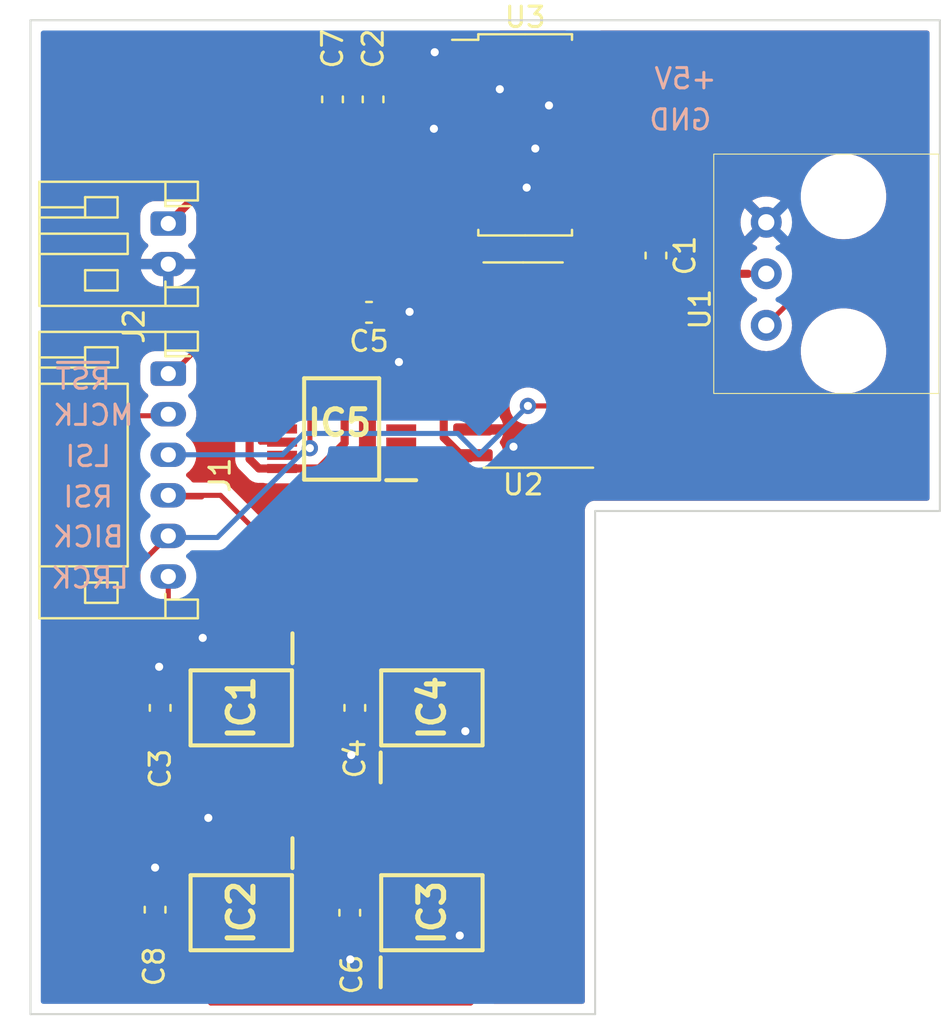
<source format=kicad_pcb>
(kicad_pcb (version 20211014) (generator pcbnew)
  (layers (0 "F.Cu" signal) (31 "B.Cu" signal) (34 "B.Paste" user) (35 "F.Paste" user) (36 "B.SilkS" user "B.Silkscreen") (37 "F.SilkS" user "F.Silkscreen") (38 "B.Mask" user) (39 "F.Mask" user) (44 "Edge.Cuts" user))
  (net 0 "")
  (net 1 "GND")
  (net 2 "+5V")
  (net 3 "/LRCK")
  (net 4 "/SDAT")
  (net 5 "/RESET")
  (net 6 "/MCLK")
  (net 7 "/TXP")
  (net 13 "/BICK")
  (net 14 "/RSI")
  (net 23 "Net-(IC1-Pad13)")
  (net 32 "Net-(IC2-Pad13)")
  (net 56 "/SHIFT_RSI")
  (net 57 "/LSI")
  (net 58 "/SHIFT_LRCK")
  (net 64 "Net-(IC3-Pad13)")
  (footprint "Package_SO:SOIC-16_3.9x9.9mm_P1.27mm" (layer "F.Cu") (at 123.8021 95.5771 180)
    (fp_text reference "U2" (at 0 -5.9) (layer "F.SilkS"))
    (fp_text value "74FST3257DTR2G")
    (fp_line (start 0 -5.06) (end 1.95 -5.06) (layer "F.SilkS") (width 0.12))
    (fp_line (start 0 -5.06) (end -3.45 -5.06) (layer "F.SilkS") (width 0.12))
    (fp_line (start 0 5.06) (end 1.95 5.06) (layer "F.SilkS") (width 0.12))
    (fp_line (start 0 5.06) (end -1.95 5.06) (layer "F.SilkS") (width 0.12))
    (pad "1" smd roundrect (at -2.475 -4.445 180) (size 1.95 0.6) (layers "F.Cu" "F.Paste" "F.Mask") (net 58 "/SHIFT_LRCK"))
    (pad "2" smd roundrect (at -2.475 -3.175 180) (size 1.95 0.6) (layers "F.Cu" "F.Paste" "F.Mask") (net 56 "/SHIFT_RSI"))
    (pad "3" smd roundrect (at -2.475 -1.905 180) (size 1.95 0.6) (layers "F.Cu" "F.Paste" "F.Mask") (net 57 "/LSI"))
    (pad "4" smd roundrect (at -2.475 -0.635 180) (size 1.95 0.6) (layers "F.Cu" "F.Paste" "F.Mask") (net 4 "/SDAT"))
    (pad "5" smd roundrect (at -2.475 0.635 180) (size 1.95 0.6) (layers "F.Cu" "F.Paste" "F.Mask"))
    (pad "6" smd roundrect (at -2.475 1.905 180) (size 1.95 0.6) (layers "F.Cu" "F.Paste" "F.Mask"))
    (pad "7" smd roundrect (at -2.475 3.175 180) (size 1.95 0.6) (layers "F.Cu" "F.Paste" "F.Mask"))
    (pad "8" smd roundrect (at -2.475 4.445 180) (size 1.95 0.6) (layers "F.Cu" "F.Paste" "F.Mask") (net 1 "GND"))
    (pad "9" smd roundrect (at 2.475 4.445 180) (size 1.95 0.6) (layers "F.Cu" "F.Paste" "F.Mask"))
    (pad "10" smd roundrect (at 2.475 3.175 180) (size 1.95 0.6) (layers "F.Cu" "F.Paste" "F.Mask"))
    (pad "11" smd roundrect (at 2.475 1.905 180) (size 1.95 0.6) (layers "F.Cu" "F.Paste" "F.Mask"))
    (pad "12" smd roundrect (at 2.475 0.635 180) (size 1.95 0.6) (layers "F.Cu" "F.Paste" "F.Mask"))
    (pad "13" smd roundrect (at 2.475 -0.635 180) (size 1.95 0.6) (layers "F.Cu" "F.Paste" "F.Mask"))
    (pad "14" smd roundrect (at 2.475 -1.905 180) (size 1.95 0.6) (layers "F.Cu" "F.Paste" "F.Mask"))
    (pad "15" smd roundrect (at 2.475 -3.175 180) (size 1.95 0.6) (layers "F.Cu" "F.Paste" "F.Mask") (net 1 "GND"))
    (pad "16" smd roundrect (at 2.475 -4.445 180) (size 1.95 0.6) (layers "F.Cu" "F.Paste" "F.Mask") (net 2 "+5V"))
  )
  (footprint "74AHC164PW:SOP65P640X110-14N" (layer "F.Cu") (at 109.9021 112.4771 -90)
    (fp_text reference "IC1" (at 0 0 90) (layer "F.SilkS") (effects (font (size 1.27 1.27) (thickness 0.254))))
    (fp_text value "74AHC164PW,118" hide)
    (fp_line (start 1.85 2.5) (end -1.85 2.5) (layer "F.SilkS") (width 0.2))
    (fp_line (start 1.85 -2.5) (end 1.85 2.5) (layer "F.SilkS") (width 0.2))
    (fp_line (start -1.85 -2.5) (end 1.85 -2.5) (layer "F.SilkS") (width 0.2))
    (fp_line (start -1.85 2.5) (end -1.85 -2.5) (layer "F.SilkS") (width 0.2))
    (fp_line (start -3.675 -2.525) (end -2.2 -2.525) (layer "F.SilkS") (width 0.2))
    (pad "1" smd rect locked (at -2.938 -1.95) (size 0.45 1.475) (layers "F.Cu" "F.Paste" "F.Mask") (net 14 "/RSI"))
    (pad "2" smd rect locked (at -2.938 -1.3) (size 0.45 1.475) (layers "F.Cu" "F.Paste" "F.Mask") (net 14 "/RSI"))
    (pad "3" smd rect locked (at -2.938 -0.65) (size 0.45 1.475) (layers "F.Cu" "F.Paste" "F.Mask"))
    (pad "4" smd rect locked (at -2.938 0) (size 0.45 1.475) (layers "F.Cu" "F.Paste" "F.Mask"))
    (pad "5" smd rect locked (at -2.938 0.65) (size 0.45 1.475) (layers "F.Cu" "F.Paste" "F.Mask"))
    (pad "6" smd rect locked (at -2.938 1.3) (size 0.45 1.475) (layers "F.Cu" "F.Paste" "F.Mask"))
    (pad "7" smd rect locked (at -2.938 1.95) (size 0.45 1.475) (layers "F.Cu" "F.Paste" "F.Mask") (net 1 "GND"))
    (pad "8" smd rect locked (at 2.938 1.95) (size 0.45 1.475) (layers "F.Cu" "F.Paste" "F.Mask") (net 13 "/BICK"))
    (pad "9" smd rect locked (at 2.938 1.3) (size 0.45 1.475) (layers "F.Cu" "F.Paste" "F.Mask"))
    (pad "10" smd rect locked (at 2.938 0.65) (size 0.45 1.475) (layers "F.Cu" "F.Paste" "F.Mask"))
    (pad "11" smd rect locked (at 2.938 0) (size 0.45 1.475) (layers "F.Cu" "F.Paste" "F.Mask"))
    (pad "12" smd rect locked (at 2.938 -0.65) (size 0.45 1.475) (layers "F.Cu" "F.Paste" "F.Mask"))
    (pad "13" smd rect locked (at 2.938 -1.3) (size 0.45 1.475) (layers "F.Cu" "F.Paste" "F.Mask") (net 23 "Net-(IC1-Pad13)"))
    (pad "14" smd rect locked (at 2.938 -1.95) (size 0.45 1.475) (layers "F.Cu" "F.Paste" "F.Mask") (net 2 "+5V"))
  )
  (footprint "74AHC164PW:SOP65P640X110-14N" (layer "F.Cu") (at 114.8521 98.7271 180)
    (fp_text reference "IC5" (at 0.1 0.3) (layer "F.SilkS") (effects (font (size 1.27 1.27) (thickness 0.254))))
    (fp_text value "74AHC164PW,118" hide)
    (fp_line (start -1.85 2.5) (end -1.85 -2.5) (layer "F.SilkS") (width 0.2))
    (fp_line (start -3.675 -2.525) (end -2.2 -2.525) (layer "F.SilkS") (width 0.2))
    (fp_line (start 1.85 -2.5) (end 1.85 2.5) (layer "F.SilkS") (width 0.2))
    (fp_line (start -1.85 -2.5) (end 1.85 -2.5) (layer "F.SilkS") (width 0.2))
    (fp_line (start 1.85 2.5) (end -1.85 2.5) (layer "F.SilkS") (width 0.2))
    (pad "1" smd rect locked (at -2.938 -1.95 270) (size 0.45 1.475) (layers "F.Cu" "F.Paste" "F.Mask") (net 3 "/LRCK"))
    (pad "2" smd rect locked (at -2.938 -1.3 270) (size 0.45 1.475) (layers "F.Cu" "F.Paste" "F.Mask") (net 3 "/LRCK"))
    (pad "3" smd rect locked (at -2.938 -0.65 270) (size 0.45 1.475) (layers "F.Cu" "F.Paste" "F.Mask"))
    (pad "4" smd rect locked (at -2.938 0 270) (size 0.45 1.475) (layers "F.Cu" "F.Paste" "F.Mask"))
    (pad "5" smd rect locked (at -2.938 0.65 270) (size 0.45 1.475) (layers "F.Cu" "F.Paste" "F.Mask"))
    (pad "6" smd rect locked (at -2.938 1.3 270) (size 0.45 1.475) (layers "F.Cu" "F.Paste" "F.Mask"))
    (pad "7" smd rect locked (at -2.938 1.95 270) (size 0.45 1.475) (layers "F.Cu" "F.Paste" "F.Mask") (net 1 "GND"))
    (pad "8" smd rect locked (at 2.938 1.95 270) (size 0.45 1.475) (layers "F.Cu" "F.Paste" "F.Mask") (net 13 "/BICK"))
    (pad "9" smd rect locked (at 2.938 1.3 270) (size 0.45 1.475) (layers "F.Cu" "F.Paste" "F.Mask"))
    (pad "10" smd rect locked (at 2.938 0.65 270) (size 0.45 1.475) (layers "F.Cu" "F.Paste" "F.Mask"))
    (pad "11" smd rect locked (at 2.938 0 270) (size 0.45 1.475) (layers "F.Cu" "F.Paste" "F.Mask"))
    (pad "12" smd rect locked (at 2.938 -0.65 270) (size 0.45 1.475) (layers "F.Cu" "F.Paste" "F.Mask") (net 58 "/SHIFT_LRCK"))
    (pad "13" smd rect locked (at 2.938 -1.3 270) (size 0.45 1.475) (layers "F.Cu" "F.Paste" "F.Mask"))
    (pad "14" smd rect locked (at 2.938 -1.95 270) (size 0.45 1.475) (layers "F.Cu" "F.Paste" "F.Mask") (net 2 "+5V"))
  )
  (footprint "74AHC164PW:SOP65P640X110-14N" (layer "F.Cu") (at 119.3021 122.5771 90)
    (fp_text reference "IC3" (at 0 0 90) (layer "F.SilkS") (effects (font (size 1.27 1.27) (thickness 0.254))))
    (fp_text value "74AHC164PW,118" hide)
    (fp_line (start -1.85 -2.5) (end 1.85 -2.5) (layer "F.SilkS") (width 0.2))
    (fp_line (start 1.85 2.5) (end -1.85 2.5) (layer "F.SilkS") (width 0.2))
    (fp_line (start 1.85 -2.5) (end 1.85 2.5) (layer "F.SilkS") (width 0.2))
    (fp_line (start -1.85 2.5) (end -1.85 -2.5) (layer "F.SilkS") (width 0.2))
    (fp_line (start -3.675 -2.525) (end -2.2 -2.525) (layer "F.SilkS") (width 0.2))
    (pad "1" smd rect locked (at -2.938 -1.95 180) (size 0.45 1.475) (layers "F.Cu" "F.Paste" "F.Mask") (net 32 "Net-(IC2-Pad13)"))
    (pad "2" smd rect locked (at -2.938 -1.3 180) (size 0.45 1.475) (layers "F.Cu" "F.Paste" "F.Mask") (net 32 "Net-(IC2-Pad13)"))
    (pad "3" smd rect locked (at -2.938 -0.65 180) (size 0.45 1.475) (layers "F.Cu" "F.Paste" "F.Mask"))
    (pad "4" smd rect locked (at -2.938 0 180) (size 0.45 1.475) (layers "F.Cu" "F.Paste" "F.Mask"))
    (pad "5" smd rect locked (at -2.938 0.65 180) (size 0.45 1.475) (layers "F.Cu" "F.Paste" "F.Mask"))
    (pad "6" smd rect locked (at -2.938 1.3 180) (size 0.45 1.475) (layers "F.Cu" "F.Paste" "F.Mask"))
    (pad "7" smd rect locked (at -2.938 1.95 180) (size 0.45 1.475) (layers "F.Cu" "F.Paste" "F.Mask") (net 1 "GND"))
    (pad "8" smd rect locked (at 2.938 1.95 180) (size 0.45 1.475) (layers "F.Cu" "F.Paste" "F.Mask") (net 13 "/BICK"))
    (pad "9" smd rect locked (at 2.938 1.3 180) (size 0.45 1.475) (layers "F.Cu" "F.Paste" "F.Mask"))
    (pad "10" smd rect locked (at 2.938 0.65 180) (size 0.45 1.475) (layers "F.Cu" "F.Paste" "F.Mask"))
    (pad "11" smd rect locked (at 2.938 0 180) (size 0.45 1.475) (layers "F.Cu" "F.Paste" "F.Mask"))
    (pad "12" smd rect locked (at 2.938 -0.65 180) (size 0.45 1.475) (layers "F.Cu" "F.Paste" "F.Mask"))
    (pad "13" smd rect locked (at 2.938 -1.3 180) (size 0.45 1.475) (layers "F.Cu" "F.Paste" "F.Mask") (net 64 "Net-(IC3-Pad13)"))
    (pad "14" smd rect locked (at 2.938 -1.95 180) (size 0.45 1.475) (layers "F.Cu" "F.Paste" "F.Mask") (net 2 "+5V"))
  )
  (footprint "Package_SO:TSSOP-28_4.4x9.7mm_P0.65mm" (layer "F.Cu") (at 123.9021 84.2271)
    (fp_text reference "U3" (at 0 -5.8) (layer "F.SilkS"))
    (fp_text value "CS8406")
    (fp_line (start -2.31 4.96) (end -2.31 4.685) (layer "F.SilkS") (width 0.12))
    (fp_line (start 0 4.96) (end 2.31 4.96) (layer "F.SilkS") (width 0.12))
    (fp_line (start 2.31 4.96) (end 2.31 4.685) (layer "F.SilkS") (width 0.12))
    (fp_line (start 2.31 -4.96) (end 2.31 -4.685) (layer "F.SilkS") (width 0.12))
    (fp_line (start -2.31 -4.96) (end -2.31 -4.685) (layer "F.SilkS") (width 0.12))
    (fp_line (start 0 -4.96) (end 2.31 -4.96) (layer "F.SilkS") (width 0.12))
    (fp_line (start 0 -4.96) (end -2.31 -4.96) (layer "F.SilkS") (width 0.12))
    (fp_line (start 0 4.96) (end -2.31 4.96) (layer "F.SilkS") (width 0.12))
    (fp_line (start -2.31 -4.685) (end -3.6 -4.685) (layer "F.SilkS") (width 0.12))
    (pad "1" smd roundrect (at -2.8625 -4.225) (size 1.475 0.4) (layers "F.Cu" "F.Paste" "F.Mask") (net 1 "GND"))
    (pad "2" smd roundrect (at -2.8625 -3.575) (size 1.475 0.4) (layers "F.Cu" "F.Paste" "F.Mask") (net 1 "GND"))
    (pad "3" smd roundrect (at -2.8625 -2.925) (size 1.475 0.4) (layers "F.Cu" "F.Paste" "F.Mask") (net 2 "+5V"))
    (pad "4" smd roundrect (at -2.8625 -2.275) (size 1.475 0.4) (layers "F.Cu" "F.Paste" "F.Mask") (net 1 "GND"))
    (pad "5" smd roundrect (at -2.8625 -1.625) (size 1.475 0.4) (layers "F.Cu" "F.Paste" "F.Mask") (net 2 "+5V"))
    (pad "6" smd roundrect (at -2.8625 -0.975) (size 1.475 0.4) (layers "F.Cu" "F.Paste" "F.Mask") (net 2 "+5V"))
    (pad "7" smd roundrect (at -2.8625 -0.325) (size 1.475 0.4) (layers "F.Cu" "F.Paste" "F.Mask") (net 1 "GND"))
    (pad "8" smd roundrect (at -2.8625 0.325) (size 1.475 0.4) (layers "F.Cu" "F.Paste" "F.Mask") (net 1 "GND"))
    (pad "9" smd roundrect (at -2.8625 0.975) (size 1.475 0.4) (layers "F.Cu" "F.Paste" "F.Mask") (net 5 "/RESET"))
    (pad "10" smd roundrect (at -2.8625 1.625) (size 1.475 0.4) (layers "F.Cu" "F.Paste" "F.Mask") (net 2 "+5V"))
    (pad "11" smd roundrect (at -2.8625 2.275) (size 1.475 0.4) (layers "F.Cu" "F.Paste" "F.Mask") (net 1 "GND"))
    (pad "12" smd roundrect (at -2.8625 2.925) (size 1.475 0.4) (layers "F.Cu" "F.Paste" "F.Mask") (net 58 "/SHIFT_LRCK"))
    (pad "13" smd roundrect (at -2.8625 3.575) (size 1.475 0.4) (layers "F.Cu" "F.Paste" "F.Mask") (net 13 "/BICK"))
    (pad "14" smd roundrect (at -2.8625 4.225) (size 1.475 0.4) (layers "F.Cu" "F.Paste" "F.Mask") (net 4 "/SDAT"))
    (pad "15" smd roundrect (at 2.8625 4.225) (size 1.475 0.4) (layers "F.Cu" "F.Paste" "F.Mask") (net 1 "GND"))
    (pad "16" smd roundrect (at 2.8625 3.575) (size 1.475 0.4) (layers "F.Cu" "F.Paste" "F.Mask") (net 1 "GND"))
    (pad "17" smd roundrect (at 2.8625 2.925) (size 1.475 0.4) (layers "F.Cu" "F.Paste" "F.Mask") (net 1 "GND"))
    (pad "18" smd roundrect (at 2.8625 2.275) (size 1.475 0.4) (layers "F.Cu" "F.Paste" "F.Mask") (net 1 "GND"))
    (pad "19" smd roundrect (at 2.8625 1.625) (size 1.475 0.4) (layers "F.Cu" "F.Paste" "F.Mask") (net 2 "+5V"))
    (pad "20" smd roundrect (at 2.8625 0.975) (size 1.475 0.4) (layers "F.Cu" "F.Paste" "F.Mask") (net 1 "GND"))
    (pad "21" smd roundrect (at 2.8625 0.325) (size 1.475 0.4) (layers "F.Cu" "F.Paste" "F.Mask") (net 6 "/MCLK"))
    (pad "22" smd roundrect (at 2.8625 -0.325) (size 1.475 0.4) (layers "F.Cu" "F.Paste" "F.Mask") (net 1 "GND"))
    (pad "23" smd roundrect (at 2.8625 -0.975) (size 1.475 0.4) (layers "F.Cu" "F.Paste" "F.Mask") (net 2 "+5V"))
    (pad "24" smd roundrect (at 2.8625 -1.625) (size 1.475 0.4) (layers "F.Cu" "F.Paste" "F.Mask") (net 2 "+5V"))
    (pad "25" smd roundrect (at 2.8625 -2.275) (size 1.475 0.4) (layers "F.Cu" "F.Paste" "F.Mask"))
    (pad "26" smd roundrect (at 2.8625 -2.925) (size 1.475 0.4) (layers "F.Cu" "F.Paste" "F.Mask") (net 7 "/TXP"))
    (pad "27" smd roundrect (at 2.8625 -3.575) (size 1.475 0.4) (layers "F.Cu" "F.Paste" "F.Mask") (net 1 "GND"))
    (pad "28" smd roundrect (at 2.8625 -4.225) (size 1.475 0.4) (layers "F.Cu" "F.Paste" "F.Mask") (net 1 "GND"))
  )
  (footprint "74AHC164PW:SOP65P640X110-14N" (layer "F.Cu") (at 109.9021 122.5771 -90)
    (fp_text reference "IC2" (at 0 0 90) (layer "F.SilkS") (effects (font (size 1.27 1.27) (thickness 0.254))))
    (fp_text value "74AHC164PW,118" hide)
    (fp_line (start -1.85 -2.5) (end 1.85 -2.5) (layer "F.SilkS") (width 0.2))
    (fp_line (start -1.85 2.5) (end -1.85 -2.5) (layer "F.SilkS") (width 0.2))
    (fp_line (start 1.85 -2.5) (end 1.85 2.5) (layer "F.SilkS") (width 0.2))
    (fp_line (start -3.675 -2.525) (end -2.2 -2.525) (layer "F.SilkS") (width 0.2))
    (fp_line (start 1.85 2.5) (end -1.85 2.5) (layer "F.SilkS") (width 0.2))
    (pad "1" smd rect locked (at -2.938 -1.95) (size 0.45 1.475) (layers "F.Cu" "F.Paste" "F.Mask") (net 23 "Net-(IC1-Pad13)"))
    (pad "2" smd rect locked (at -2.938 -1.3) (size 0.45 1.475) (layers "F.Cu" "F.Paste" "F.Mask") (net 23 "Net-(IC1-Pad13)"))
    (pad "3" smd rect locked (at -2.938 -0.65) (size 0.45 1.475) (layers "F.Cu" "F.Paste" "F.Mask"))
    (pad "4" smd rect locked (at -2.938 0) (size 0.45 1.475) (layers "F.Cu" "F.Paste" "F.Mask"))
    (pad "5" smd rect locked (at -2.938 0.65) (size 0.45 1.475) (layers "F.Cu" "F.Paste" "F.Mask"))
    (pad "6" smd rect locked (at -2.938 1.3) (size 0.45 1.475) (layers "F.Cu" "F.Paste" "F.Mask"))
    (pad "7" smd rect locked (at -2.938 1.95) (size 0.45 1.475) (layers "F.Cu" "F.Paste" "F.Mask") (net 1 "GND"))
    (pad "8" smd rect locked (at 2.938 1.95) (size 0.45 1.475) (layers "F.Cu" "F.Paste" "F.Mask") (net 13 "/BICK"))
    (pad "9" smd rect locked (at 2.938 1.3) (size 0.45 1.475) (layers "F.Cu" "F.Paste" "F.Mask"))
    (pad "10" smd rect locked (at 2.938 0.65) (size 0.45 1.475) (layers "F.Cu" "F.Paste" "F.Mask"))
    (pad "11" smd rect locked (at 2.938 0) (size 0.45 1.475) (layers "F.Cu" "F.Paste" "F.Mask"))
    (pad "12" smd rect locked (at 2.938 -0.65) (size 0.45 1.475) (layers "F.Cu" "F.Paste" "F.Mask"))
    (pad "13" smd rect locked (at 2.938 -1.3) (size 0.45 1.475) (layers "F.Cu" "F.Paste" "F.Mask") (net 32 "Net-(IC2-Pad13)"))
    (pad "14" smd rect locked (at 2.938 -1.95) (size 0.45 1.475) (layers "F.Cu" "F.Paste" "F.Mask") (net 2 "+5V"))
  )
  (footprint "74AHC164PW:SOP65P640X110-14N" (layer "F.Cu") (at 119.3021 112.4771 90)
    (fp_text reference "IC4" (at 0 0 90) (layer "F.SilkS") (effects (font (size 1.27 1.27) (thickness 0.254))))
    (fp_text value "74AHC164PW,118" hide)
    (fp_line (start 1.85 -2.5) (end 1.85 2.5) (layer "F.SilkS") (width 0.2))
    (fp_line (start -1.85 2.5) (end -1.85 -2.5) (layer "F.SilkS") (width 0.2))
    (fp_line (start -1.85 -2.5) (end 1.85 -2.5) (layer "F.SilkS") (width 0.2))
    (fp_line (start -3.675 -2.525) (end -2.2 -2.525) (layer "F.SilkS") (width 0.2))
    (fp_line (start 1.85 2.5) (end -1.85 2.5) (layer "F.SilkS") (width 0.2))
    (pad "1" smd rect locked (at -2.938 -1.95 180) (size 0.45 1.475) (layers "F.Cu" "F.Paste" "F.Mask") (net 64 "Net-(IC3-Pad13)"))
    (pad "2" smd rect locked (at -2.938 -1.3 180) (size 0.45 1.475) (layers "F.Cu" "F.Paste" "F.Mask") (net 64 "Net-(IC3-Pad13)"))
    (pad "3" smd rect locked (at -2.938 -0.65 180) (size 0.45 1.475) (layers "F.Cu" "F.Paste" "F.Mask"))
    (pad "4" smd rect locked (at -2.938 0 180) (size 0.45 1.475) (layers "F.Cu" "F.Paste" "F.Mask"))
    (pad "5" smd rect locked (at -2.938 0.65 180) (size 0.45 1.475) (layers "F.Cu" "F.Paste" "F.Mask"))
    (pad "6" smd rect locked (at -2.938 1.3 180) (size 0.45 1.475) (layers "F.Cu" "F.Paste" "F.Mask"))
    (pad "7" smd rect locked (at -2.938 1.95 180) (size 0.45 1.475) (layers "F.Cu" "F.Paste" "F.Mask") (net 1 "GND"))
    (pad "8" smd rect locked (at 2.938 1.95 180) (size 0.45 1.475) (layers "F.Cu" "F.Paste" "F.Mask") (net 13 "/BICK"))
    (pad "9" smd rect locked (at 2.938 1.3 180) (size 0.45 1.475) (layers "F.Cu" "F.Paste" "F.Mask"))
    (pad "10" smd rect locked (at 2.938 0.65 180) (size 0.45 1.475) (layers "F.Cu" "F.Paste" "F.Mask"))
    (pad "11" smd rect locked (at 2.938 0 180) (size 0.45 1.475) (layers "F.Cu" "F.Paste" "F.Mask"))
    (pad "12" smd rect locked (at 2.938 -0.65 180) (size 0.45 1.475) (layers "F.Cu" "F.Paste" "F.Mask"))
    (pad "13" smd rect locked (at 2.938 -1.3 180) (size 0.45 1.475) (layers "F.Cu" "F.Paste" "F.Mask") (net 56 "/SHIFT_RSI"))
    (pad "14" smd rect locked (at 2.938 -1.95 180) (size 0.45 1.475) (layers "F.Cu" "F.Paste" "F.Mask") (net 2 "+5V"))
  )
  (footprint "footprints:Toshiba_TOTX177" (layer "F.Cu") (at 138.1621 87.2571 -90)
    (fp_text reference "U1" (at 5.57 5.634 90) (layer "F.SilkS"))
    (fp_text value "TOTX-177L")
    (fp_rect (start -2.08 -6.14) (end 9.72 4.96) (layer "F.SilkS") (width 0.05) (fill none))
    (pad "" np_thru_hole circle (at 0.01 -1.44 270) (size 3.2 3.2) (drill 3.2) (layers *.Cu *.Mask))
    (pad "" np_thru_hole circle (at 7.63 -1.44 270) (size 3.2 3.2) (drill 3.2) (layers *.Cu *.Mask))
    (pad "1" thru_hole circle (at 6.36 2.37 270) (size 1.524 1.524) (drill 0.8) (layers *.Cu *.Mask) (net 7 "/TXP"))
    (pad "2" thru_hole circle (at 3.82 2.37 270) (size 1.524 1.524) (drill 0.8) (layers *.Cu *.Mask) (net 2 "+5V"))
    (pad "3" thru_hole circle (at 1.28 2.37 270) (size 1.524 1.524) (drill 0.8) (layers *.Cu *.Mask) (net 1 "GND"))
  )
  (footprint "Connector_JST:JST_PH_S2B-PH-K_1x02_P2.00mm_Horizontal" (layer "F.Cu") (at 106.3021 88.6 -90)
    (fp_text reference "J2" (at 5.064 1.688 90) (layer "F.SilkS"))
    (fp_text value "Conn_01x02_Male")
    (fp_line (start 2.3 4.1) (end 2.3 2.5) (layer "F.SilkS") (width 0.12))
    (fp_line (start 2.3 2.5) (end 3.3 2.5) (layer "F.SilkS") (width 0.12))
    (fp_line (start -1.14 -1.46) (end -2.06 -1.46) (layer "F.SilkS") (width 0.12))
    (fp_line (start -1.3 2.5) (end -1.3 4.1) (layer "F.SilkS") (width 0.12))
    (fp_line (start -2.06 0.14) (end -1.14 0.14) (layer "F.SilkS") (width 0.12))
    (fp_line (start 3.14 -1.46) (end 3.14 0.14) (layer "F.SilkS") (width 0.12))
    (fp_line (start -2.06 -1.46) (end -2.06 6.36) (layer "F.SilkS") (width 0.12))
    (fp_line (start 0.5 6.36) (end 0.5 2) (layer "F.SilkS") (width 0.12))
    (fp_line (start -0.3 2.5) (end -1.3 2.5) (layer "F.SilkS") (width 0.12))
    (fp_line (start -0.86 0.14) (end -0.86 -1.075) (layer "F.SilkS") (width 0.12))
    (fp_line (start -0.8 4.1) (end -0.8 6.36) (layer "F.SilkS") (width 0.12))
    (fp_line (start 0.5 2) (end 1.5 2) (layer "F.SilkS") (width 0.12))
    (fp_line (start 4.06 6.36) (end 4.06 -1.46) (layer "F.SilkS") (width 0.12))
    (fp_line (start 4.06 0.14) (end 3.14 0.14) (layer "F.SilkS") (width 0.12))
    (fp_line (start 3.3 2.5) (end 3.3 4.1) (layer "F.SilkS") (width 0.12))
    (fp_line (start -2.06 6.36) (end 4.06 6.36) (layer "F.SilkS") (width 0.12))
    (fp_line (start 4.06 -1.46) (end 3.14 -1.46) (layer "F.SilkS") (width 0.12))
    (fp_line (start 1.5 2) (end 1.5 6.36) (layer "F.SilkS") (width 0.12))
    (fp_line (start 3.3 4.1) (end 2.3 4.1) (layer "F.SilkS") (width 0.12))
    (fp_line (start -0.3 4.1) (end -0.3 2.5) (layer "F.SilkS") (width 0.12))
    (fp_line (start -0.86 0.14) (end -1.14 0.14) (layer "F.SilkS") (width 0.12))
    (fp_line (start 3.14 0.14) (end 2.86 0.14) (layer "F.SilkS") (width 0.12))
    (fp_line (start -1.3 4.1) (end -0.3 4.1) (layer "F.SilkS") (width 0.12))
    (fp_line (start -1.14 0.14) (end -1.14 -1.46) (layer "F.SilkS") (width 0.12))
    (fp_line (start -0.3 4.1) (end -0.3 6.36) (layer "F.SilkS") (width 0.12))
    (pad "1" thru_hole roundrect (at 0 0 270) (size 1.2 1.75) (drill 0.75) (layers *.Cu *.Mask) (roundrect_rratio 0.2083333333) (net 2 "+5V"))
    (pad "2" thru_hole oval (at 2 0 270) (size 1.2 1.75) (drill 0.75) (layers *.Cu *.Mask) (net 1 "GND"))
  )
  (footprint "Capacitor_SMD:C_0603_1608Metric" (layer "F.Cu") (at 116.4021 82.4771 90)
    (fp_text reference "C2" (at 2.5 0 90) (layer "F.SilkS"))
    (fp_text value "0.1u/35V")
    (fp_line (start -0.14058 -0.51) (end 0.14058 -0.51) (layer "F.SilkS") (width 0.12))
    (fp_line (start -0.14058 0.51) (end 0.14058 0.51) (layer "F.SilkS") (width 0.12))
    (pad "1" smd roundrect (at -0.775 0 90) (size 0.9 0.95) (layers "F.Cu" "F.Paste" "F.Mask") (net 1 "GND"))
    (pad "2" smd roundrect (at 0.775 0 90) (size 0.9 0.95) (layers "F.Cu" "F.Paste" "F.Mask") (net 2 "+5V"))
  )
  (footprint "Connector_JST:JST_PH_S6B-PH-K_1x06_P2.00mm_Horizontal" (layer "F.Cu") (at 106.3021 96 -90)
    (fp_text reference "J1" (at 5 -2.55 -90) (layer "F.SilkS"))
    (fp_text value "Conn_01x06_Male")
    (fp_line (start 9.5 2) (end 9.5 6.36) (layer "F.SilkS") (width 0.12))
    (fp_line (start -0.3 4.1) (end -0.3 6.36) (layer "F.SilkS") (width 0.12))
    (fp_line (start 0.5 2) (end 9.5 2) (layer "F.SilkS") (width 0.12))
    (fp_line (start 11.3 2.5) (end 11.3 4.1) (layer "F.SilkS") (width 0.12))
    (fp_line (start 12.06 -1.46) (end 11.14 -1.46) (layer "F.SilkS") (width 0.12))
    (fp_line (start -0.8 4.1) (end -0.8 6.36) (layer "F.SilkS") (width 0.12))
    (fp_line (start -0.86 0.14) (end -0.86 -1.075) (layer "F.SilkS") (width 0.12))
    (fp_line (start -0.86 0.14) (end -1.14 0.14) (layer "F.SilkS") (width 0.12))
    (fp_line (start 11.14 0.14) (end 10.86 0.14) (layer "F.SilkS") (width 0.12))
    (fp_line (start 12.06 0.14) (end 11.14 0.14) (layer "F.SilkS") (width 0.12))
    (fp_line (start -1.3 2.5) (end -1.3 4.1) (layer "F.SilkS") (width 0.12))
    (fp_line (start 10.3 4.1) (end 10.3 2.5) (layer "F.SilkS") (width 0.12))
    (fp_line (start -1.14 -1.46) (end -2.06 -1.46) (layer "F.SilkS") (width 0.12))
    (fp_line (start -0.3 2.5) (end -1.3 2.5) (layer "F.SilkS") (width 0.12))
    (fp_line (start -2.06 -1.46) (end -2.06 6.36) (layer "F.SilkS") (width 0.12))
    (fp_line (start -1.14 0.14) (end -1.14 -1.46) (layer "F.SilkS") (width 0.12))
    (fp_line (start 11.3 4.1) (end 10.3 4.1) (layer "F.SilkS") (width 0.12))
    (fp_line (start -1.3 4.1) (end -0.3 4.1) (layer "F.SilkS") (width 0.12))
    (fp_line (start 10.3 2.5) (end 11.3 2.5) (layer "F.SilkS") (width 0.12))
    (fp_line (start 12.06 6.36) (end 12.06 -1.46) (layer "F.SilkS") (width 0.12))
    (fp_line (start -2.06 0.14) (end -1.14 0.14) (layer "F.SilkS") (width 0.12))
    (fp_line (start 11.14 -1.46) (end 11.14 0.14) (layer "F.SilkS") (width 0.12))
    (fp_line (start -0.3 4.1) (end -0.3 2.5) (layer "F.SilkS") (width 0.12))
    (fp_line (start 0.5 6.36) (end 0.5 2) (layer "F.SilkS") (width 0.12))
    (fp_line (start -2.06 6.36) (end 12.06 6.36) (layer "F.SilkS") (width 0.12))
    (pad "1" thru_hole roundrect (at 0 0 270) (size 1.2 1.75) (drill 0.75) (layers *.Cu *.Mask) (roundrect_rratio 0.208333) (net 5 "/RESET"))
    (pad "2" thru_hole oval (at 2 0 270) (size 1.2 1.75) (drill 0.75) (layers *.Cu *.Mask) (net 6 "/MCLK"))
    (pad "3" thru_hole oval (at 4 0 270) (size 1.2 1.75) (drill 0.75) (layers *.Cu *.Mask) (net 57 "/LSI"))
    (pad "4" thru_hole oval (at 6 0 270) (size 1.2 1.75) (drill 0.75) (layers *.Cu *.Mask) (net 14 "/RSI"))
    (pad "5" thru_hole oval (at 8 0 270) (size 1.2 1.75) (drill 0.75) (layers *.Cu *.Mask) (net 13 "/BICK"))
    (pad "6" thru_hole oval (at 10 0 270) (size 1.2 1.75) (drill 0.75) (layers *.Cu *.Mask) (net 3 "/LRCK"))
  )
  (footprint "Capacitor_SMD:C_0603_1608Metric" (layer "F.Cu") (at 115.5021 112.4771 90)
    (fp_text reference "C4" (at -2.5 0 90) (layer "F.SilkS"))
    (fp_text value "0.1u/35V")
    (fp_line (start -0.14058 0.51) (end 0.14058 0.51) (layer "F.SilkS") (width 0.12))
    (fp_line (start -0.14058 -0.51) (end 0.14058 -0.51) (layer "F.SilkS") (width 0.12))
    (pad "1" smd roundrect (at -0.775 0 90) (size 0.9 0.95) (layers "F.Cu" "F.Paste" "F.Mask") (net 1 "GND"))
    (pad "2" smd roundrect (at 0.775 0 90) (size 0.9 0.95) (layers "F.Cu" "F.Paste" "F.Mask") (net 2 "+5V"))
  )
  (footprint "Capacitor_SMD:C_0603_1608Metric" (layer "F.Cu") (at 130.3521 90.1771 -90)
    (fp_text reference "C1" (at 0 -1.43 90) (layer "F.SilkS"))
    (fp_text value "0.1u/35V")
    (fp_line (start -0.14058 -0.51) (end 0.14058 -0.51) (layer "F.SilkS") (width 0.12))
    (fp_line (start -0.14058 0.51) (end 0.14058 0.51) (layer "F.SilkS") (width 0.12))
    (pad "1" smd roundrect (at -0.775 0 270) (size 0.9 0.95) (layers "F.Cu" "F.Paste" "F.Mask") (net 1 "GND"))
    (pad "2" smd roundrect (at 0.775 0 270) (size 0.9 0.95) (layers "F.Cu" "F.Paste" "F.Mask") (net 2 "+5V"))
  )
  (footprint "Capacitor_SMD:C_0603_1608Metric" (layer "F.Cu") (at 116.2021 92.9771 180)
    (fp_text reference "C5" (at 0 -1.43) (layer "F.SilkS"))
    (fp_text value "0.1u/35V")
    (fp_line (start -0.14058 0.51) (end 0.14058 0.51) (layer "F.SilkS") (width 0.12))
    (fp_line (start -0.14058 -0.51) (end 0.14058 -0.51) (layer "F.SilkS") (width 0.12))
    (pad "1" smd roundrect (at -0.775 0 180) (size 0.9 0.95) (layers "F.Cu" "F.Paste" "F.Mask") (net 1 "GND"))
    (pad "2" smd roundrect (at 0.775 0 180) (size 0.9 0.95) (layers "F.Cu" "F.Paste" "F.Mask") (net 2 "+5V"))
  )
  (footprint "Capacitor_SMD:C_0603_1608Metric" (layer "F.Cu") (at 105.6521 122.4271 -90)
    (fp_text reference "C8" (at 2.8 0.05 90) (layer "F.SilkS"))
    (fp_text value "0.1u/35V")
    (fp_line (start -0.14058 0.51) (end 0.14058 0.51) (layer "F.SilkS") (width 0.12))
    (fp_line (start -0.14058 -0.51) (end 0.14058 -0.51) (layer "F.SilkS") (width 0.12))
    (pad "1" smd roundrect (at -0.775 0 270) (size 0.9 0.95) (layers "F.Cu" "F.Paste" "F.Mask") (net 1 "GND"))
    (pad "2" smd roundrect (at 0.775 0 270) (size 0.9 0.95) (layers "F.Cu" "F.Paste" "F.Mask") (net 2 "+5V"))
  )
  (footprint "Capacitor_SMD:C_0603_1608Metric" (layer "F.Cu") (at 114.4021 82.4771 90)
    (fp_text reference "C7" (at 2.5 0 90) (layer "F.SilkS"))
    (fp_text value "0.1u/35V")
    (fp_line (start -0.14058 0.51) (end 0.14058 0.51) (layer "F.SilkS") (width 0.12))
    (fp_line (start -0.14058 -0.51) (end 0.14058 -0.51) (layer "F.SilkS") (width 0.12))
    (pad "1" smd roundrect (at -0.775 0 90) (size 0.9 0.95) (layers "F.Cu" "F.Paste" "F.Mask") (net 1 "GND"))
    (pad "2" smd roundrect (at 0.775 0 90) (size 0.9 0.95) (layers "F.Cu" "F.Paste" "F.Mask") (net 2 "+5V"))
  )
  (footprint "Capacitor_SMD:C_0603_1608Metric" (layer "F.Cu") (at 115.2521 122.5771 90)
    (fp_text reference "C6" (at -3.05 0.1 90) (layer "F.SilkS"))
    (fp_text value "0.1u/35V")
    (fp_line (start -0.14058 -0.51) (end 0.14058 -0.51) (layer "F.SilkS") (width 0.12))
    (fp_line (start -0.14058 0.51) (end 0.14058 0.51) (layer "F.SilkS") (width 0.12))
    (pad "1" smd roundrect (at -0.775 0 90) (size 0.9 0.95) (layers "F.Cu" "F.Paste" "F.Mask") (net 1 "GND"))
    (pad "2" smd roundrect (at 0.775 0 90) (size 0.9 0.95) (layers "F.Cu" "F.Paste" "F.Mask") (net 2 "+5V"))
  )
  (footprint "Capacitor_SMD:C_0603_1608Metric" (layer "F.Cu") (at 105.9021 112.4771 -90)
    (fp_text reference "C3" (at 3 0 90) (layer "F.SilkS"))
    (fp_text value "0.1u/35V")
    (fp_line (start -0.14058 -0.51) (end 0.14058 -0.51) (layer "F.SilkS") (width 0.12))
    (fp_line (start -0.14058 0.51) (end 0.14058 0.51) (layer "F.SilkS") (width 0.12))
    (pad "1" smd roundrect (at -0.775 0 270) (size 0.9 0.95) (layers "F.Cu" "F.Paste" "F.Mask") (net 1 "GND"))
    (pad "2" smd roundrect (at 0.775 0 270) (size 0.9 0.95) (layers "F.Cu" "F.Paste" "F.Mask") (net 2 "+5V"))
  )
  (gr_line (start 144.3521 78.5771) (end 144.3521 102.7731) (layer "Edge.Cuts") (width 0.1))
  (gr_line (start 99.5081 127.5771) (end 127.3521 127.5771) (layer "Edge.Cuts") (width 0.1))
  (gr_line (start 127.3521 127.5771) (end 127.3521 102.7731) (layer "Edge.Cuts") (width 0.1))
  (gr_line (start 144.3521 78.5771) (end 99.5081 78.5771) (layer "Edge.Cuts") (width 0.1))
  (gr_line (start 127.3521 102.7731) (end 144.3521 102.7731) (layer "Edge.Cuts") (width 0.1))
  (gr_line (start 99.5081 78.5771) (end 99.5081 127.5771) (layer "Edge.Cuts") (width 0.1))
  (gr_text "GND" (at 131.5561 83.4881) (layer "B.SilkS") (effects (font (size 1 1)) (justify mirror)))
  (gr_text "BICK" (at 102.3521 104.0451) (layer "B.SilkS") (effects (font (size 1 1)) (justify mirror)))
  (gr_text "~{RST}" (at 102.0981 96.2671) (layer "B.SilkS") (effects (font (size 1 1)) (justify mirror)))
  (gr_text "LRCK" (at 102.4401 106.0771) (layer "B.SilkS") (effects (font (size 1 1)) (justify mirror)))
  (gr_text "MCLK" (at 102.6061 98.0451) (layer "B.SilkS") (effects (font (size 1 1)) (justify mirror)))
  (gr_text "LSI" (at 102.3521 100.0771) (layer "B.SilkS") (effects (font (size 1 1)) (justify mirror)))
  (gr_text "RSI" (at 102.3521 102.0771) (layer "B.SilkS") (effects (font (size 1 1)) (justify mirror)))
  (gr_text "+5V" (at 131.8101 81.4561) (layer "B.SilkS") (effects (font (size 1 1)) (justify mirror)))
  (segment (start 121.0396 80.6521) (end 121.0396 80.0021) (width 0.4) (layer "F.Cu") (net 1))
  (segment (start 126.7646 87.1521) (end 124.3021 87.1521) (width 0.4) (layer "F.Cu") (net 1))
  (segment (start 124.7021 85.2021) (end 126.7646 85.2021) (width 0.4) (layer "F.Cu") (net 1))
  (segment (start 107.977589 109.051611) (end 107.977589 109.7771) (width 0.4) (layer "F.Cu") (net 1))
  (segment (start 125.7271 83.9021) (end 125.0771 83.2521) (width 0.4) (layer "F.Cu") (net 1))
  (segment (start 120.6771 123.7021) (end 121.2521 124.2771) (width 0.4) (layer "F.Cu") (net 1))
  (segment (start 122.6271 81.9521) (end 122.6521 81.9771) (width 0.4) (layer "F.Cu") (net 1))
  (segment (start 125.0771 83.2521) (end 125.0771 82.7771) (width 0.4) (layer "F.Cu") (net 1))
  (segment (start 120.9521 113.6271) (end 121.2521 113.9271) (width 0.4) (layer "F.Cu") (net 1))
  (segment (start 123.6521 86.5021) (end 123.9771 86.8271) (width 0.4) (layer "F.Cu") (net 1))
  (segment (start 121.0396 86.5021) (end 123.6521 86.5021) (width 0.4) (layer "F.Cu") (net 1))
  (segment (start 107.9521 118.2271) (end 107.9521 119.6391) (width 0.4) (layer "F.Cu") (net 1))
  (segment (start 119.5932 80.0021) (end 121.0396 80.0021) (width 0.4) (layer "F.Cu") (net 1))
  (segment (start 124.4021 84.9021) (end 124.7021 85.2021) (width 0.4) (layer "F.Cu") (net 1))
  (segment (start 119.4421 80.1532) (end 119.5932 80.0021) (width 0.4) (layer "F.Cu") (net 1))
  (segment (start 126.4396 86.8271) (end 126.7646 86.5021) (width 0.4) (layer "F.Cu") (net 1))
  (segment (start 126.7646 83.9021) (end 125.7271 83.9021) (width 0.4) (layer "F.Cu") (net 1))
  (segment (start 119.5021 83.9271) (end 121.0146 83.9271) (width 0.4) (layer "F.Cu") (net 1))
  (segment (start 121.0396 81.9521) (end 122.6271 81.9521) (width 0.4) (layer "F.Cu") (net 1))
  (segment (start 121.2521 124.2771) (end 121.2521 125.5151) (width 0.4) (layer "F.Cu") (net 1))
  (segment (start 108.2771 117.9021) (end 107.9521 118.2271) (width 0.4) (layer "F.Cu") (net 1))
  (segment (start 121.0146 83.9271) (end 121.0396 83.9021) (width 0.4) (layer "F.Cu") (net 1))
  (segment (start 108.0021 109.0271) (end 107.977589 109.051611) (width 0.4) (layer "F.Cu") (net 1))
  (segment (start 123.9771 86.8271) (end 126.4396 86.8271) (width 0.4) (layer "F.Cu") (net 1))
  (segment (start 124.3021 87.1521) (end 123.9771 86.8271) (width 0.4) (layer "F.Cu") (net 1))
  (segment (start 121.2521 113.9271) (end 121.2521 115.4151) (width 0.4) (layer "F.Cu") (net 1))
  (via (at 117.6771 95.4271) (size 0.8) (drill 0.4) (layers "F.Cu" "B.Cu") (net 1))
  (via (at 115.2771 124.8771) (size 0.8) (drill 0.4) (layers "F.Cu" "B.Cu") (net 1))
  (via (at 124.4021 84.9021) (size 0.8) (drill 0.4) (layers "F.Cu" "B.Cu") (net 1))
  (via (at 122.6521 81.9771) (size 0.8) (drill 0.4) (layers "F.Cu" "B.Cu") (net 1))
  (via (at 118.2021 92.9521) (size 0.8) (drill 0.4) (layers "F.Cu" "B.Cu") (net 1))
  (via (at 120.6771 123.7021) (size 0.8) (drill 0.4) (layers "F.Cu" "B.Cu") (net 1))
  (via (at 119.4021 83.9271) (size 0.8) (drill 0.4) (layers "F.Cu" "B.Cu") (net 1))
  (via (at 105.6521 120.3521) (size 0.8) (drill 0.4) (layers "F.Cu" "B.Cu") (net 1))
  (via (at 108.2771 117.9021) (size 0.8) (drill 0.4) (layers "F.Cu" "B.Cu") (net 1))
  (via (at 119.4421 80.1532) (size 0.8) (drill 0.4) (layers "F.Cu" "B.Cu") (net 1))
  (via (at 115.3271 114.8021) (size 0.8) (drill 0.4) (layers "F.Cu" "B.Cu") (net 1))
  (via (at 123.9771 86.8271) (size 0.8) (drill 0.4) (layers "F.Cu" "B.Cu") (net 1))
  (via (at 125.0771 82.7771) (size 0.8) (drill 0.4) (layers "F.Cu" "B.Cu") (net 1))
  (via (at 108.0021 109.0271) (size 0.8) (drill 0.4) (layers "F.Cu" "B.Cu") (net 1))
  (via (at 123.3271 99.6021) (size 0.8) (drill 0.4) (layers "F.Cu" "B.Cu") (net 1))
  (via (at 105.8521 110.4521) (size 0.8) (drill 0.4) (layers "F.Cu" "B.Cu") (net 1))
  (via (at 120.9521 113.6271) (size 0.8) (drill 0.4) (layers "F.Cu" "B.Cu") (net 1))
  (segment (start 120.9062 100.1739) (end 120.9062 100.443) (width 0.4) (layer "F.Cu") (net 2))
  (segment (start 127.5923 83.2521) (end 127.9324 83.5922) (width 0.4) (layer "F.Cu") (net 2))
  (segment (start 128.6521 86.9212) (end 128.6521 90.1521) (width 0.4) (layer "F.Cu") (net 2))
  (segment (start 110.3141 100.2149) (end 110.7763 100.6771) (width 0.4) (layer "F.Cu") (net 2))
  (segment (start 128.6521 90.1521) (end 129.5771 91.0771) (width 0.4) (layer "F.Cu") (net 2))
  (segment (start 111.8521 115.4151) (end 111.8521 114.4274) (width 0.4) (layer "F.Cu") (net 2))
  (segment (start 111.8521 124.3773) (end 113.9645 122.2649) (width 0.4) (layer "F.Cu") (net 2))
  (segment (start 119.2771 85.8521) (end 110.3141 94.8151) (width 0.4) (layer "F.Cu") (net 2))
  (segment (start 119.8713 82.2836) (end 119.8713 81.7021) (width 0.4) (layer "F.Cu") (net 2))
  (segment (start 113.9645 118.6653) (end 111.8521 116.5529) (width 0.4) (layer "F.Cu") (net 2))
  (segment (start 122.2109 85.4888) (end 121.8476 85.8521) (width 0.4) (layer "F.Cu") (net 2))
  (segment (start 111.8521 114.2773) (end 114.4273 111.7021) (width 0.4) (layer "F.Cu") (net 2))
  (segment (start 121.0396 82.6021) (end 120.1898 82.6021) (width 0.4) (layer "F.Cu") (net 2))
  (segment (start 117.3521 109.5391) (end 117.3521 110.6769) (width 0.4) (layer "F.Cu") (net 2))
  (segment (start 111.8521 125.5151) (end 111.8521 124.3773) (width 0.4) (layer "F.Cu") (net 2))
  (segment (start 121.8476 85.8521) (end 121.0396 85.8521) (width 0.4) (layer "F.Cu") (net 2))
  (segment (start 119.8868 99.1545) (end 120.9062 100.1739) (width 0.4) (layer "F.Cu") (net 2))
  (segment (start 116.4021 81.7021) (end 119.8713 81.7021) (width 0.4) (layer "F.Cu") (net 2))
  (segment (start 114.4273 111.7021) (end 115.5021 111.7021) (width 0.4) (layer "F.Cu") (net 2))
  (segment (start 117.3521 103.9971) (end 117.3521 109.5391) (width 0.4) (layer "F.Cu") (net 2))
  (segment (start 127.583 85.8521) (end 128.6521 86.9212) (width 0.4) (layer "F.Cu") (net 2))
  (segment (start 106.5523 114.2773) (end 111.8521 114.2773) (width 0.4) (layer "F.Cu") (net 2))
  (segment (start 127.583 85.8521) (end 126.7646 85.8521) (width 0.4) (layer "F.Cu") (net 2))
  (segment (start 127.9324 85.5027) (end 127.583 85.8521) (width 0.4) (layer "F.Cu") (net 2))
  (segment (start 126.7646 83.2521) (end 127.5923 83.2521) (width 0.4) (layer "F.Cu") (net 2))
  (segment (start 113.2 81.7021) (end 114.4021 81.7021) (width 0.4) (layer "F.Cu") (net 2))
  (segment (start 111.8521 114.4274) (end 111.8521 114.2773) (width 0.4) (layer "F.Cu") (net 2))
  (segment (start 115.5021 111.7021) (end 116.5273 110.6769) (width 0.4) (layer "F.Cu") (net 2))
  (segment (start 115 99.4271) (end 115 93.4042) (width 0.4) (layer "F.Cu") (net 2))
  (segment (start 126.7646 82.6021) (end 126.7646 83.2521) (width 0.4) (layer "F.Cu") (net 2))
  (segment (start 127.9324 83.5922) (end 127.9324 85.5027) (width 0.4) (layer "F.Cu") (net 2))
  (segment (start 113.75 100.6771) (end 115 99.4271) (width 0.4) (layer "F.Cu") (net 2))
  (segment (start 116.2773 120.7769) (end 117.3521 120.7769) (width 0.4) (layer "F.Cu") (net 2))
  (segment (start 111.8521 115.4151) (end 111.8521 116.5529) (width 0.4) (layer "F.Cu") (net 2))
  (segment (start 122.2109 83.6005) (end 122.2109 85.4888) (width 0.4) (layer "F.Cu") (net 2))
  (segment (start 120.9062 100.1739) (end 121.1753 100.1739) (width 0.4) (layer "F.Cu") (net 2))
  (segment (start 122.5742 85.8521) (end 122.2109 85.4888) (width 0.4) (layer "F.Cu") (net 2))
  (segment (start 119.8868 96.23112) (end 119.8868 99.1545) (width 0.4) (layer "F.Cu") (net 2))
  (segment (start 110.3141 94.8151) (end 110.3141 100.2149) (width 0.4) (layer "F.Cu") (net 2))
  (segment (start 114.4021 81.7021) (end 116.4021 81.7021) (width 0.4) (layer "F.Cu") (net 2))
  (segment (start 121.8625 83.2521) (end 122.2109 83.6005) (width 0.4) (layer "F.Cu") (net 2))
  (segment (start 110.7763 100.6771) (end 111.9141 100.6771) (width 0.4) (layer "F.Cu") (net 2))
  (segment (start 118.13278 94.4771) (end 119.8868 96.23112) (width 0.4) (layer "F.Cu") (net 2))
  (segment (start 113.9645 122.2649) (end 113.9645 121.8021) (width 0.4) (layer "F.Cu") (net 2))
  (segment (start 121.0396 83.2521) (end 121.8625 83.2521) (width 0.4) (layer "F.Cu") (net 2))
  (segment (start 119.8713 81.602) (end 120.1712 81.3021) (width 0.4) (layer "F.Cu") (net 2))
  (segment (start 111.9141 100.6771) (end 113.75 100.6771) (width 0.4) (layer "F.Cu") (net 2))
  (segment (start 129.5771 91.0771) (end 134.8921 91.0771) (width 0.4) (layer "F.Cu") (net 2))
  (segment (start 120.9062 100.443) (end 117.3521 103.9971) (width 0.4) (layer "F.Cu") (net 2))
  (segment (start 121.1753 100.1739) (end 121.3271 100.0221) (width 0.4) (layer "F.Cu") (net 2))
  (segment (start 106.5523 114.2773) (end 106.5523 122.3019) (width 0.4) (layer "F.Cu") (net 2))
  (segment (start 115.2521 121.8021) (end 116.2773 120.7769) (width 0.4) (layer "F.Cu") (net 2))
  (segment (start 120.1712 81.3021) (end 121.0396 81.3021) (width 0.4) (layer "F.Cu") (net 2))
  (segment (start 115 93.4042) (end 115.4271 92.9771) (width 0.4) (layer "F.Cu") (net 2))
  (segment (start 105.9021 113.2521) (end 106.5523 113.9023) (width 0.4) (layer "F.Cu") (net 2))
  (segment (start 106.3021 88.6) (end 113.2 81.7021) (width 0.4) (layer "F.Cu") (net 2))
  (segment (start 113.9645 121.8021) (end 115.2521 121.8021) (width 0.4) (layer "F.Cu") (net 2))
  (segment (start 119.8713 81.7021) (end 119.8713 81.602) (width 0.4) (layer "F.Cu") (net 2))
  (segment (start 117.3521 119.6391) (end 117.3521 120.7769) (width 0.4) (layer "F.Cu") (net 2))
  (segment (start 116.5273 110.6769) (end 117.3521 110.6769) (width 0.4) (layer "F.Cu") (net 2))
  (segment (start 113.9645 121.8021) (end 113.9645 118.6653) (width 0.4) (layer "F.Cu") (net 2))
  (segment (start 121.0396 85.8521) (end 119.2771 85.8521) (width 0.4) (layer "F.Cu") (net 2))
  (segment (start 115 94.4771) (end 118.13278 94.4771) (width 0.4) (layer "F.Cu") (net 2))
  (segment (start 106.5523 122.3019) (end 105.6521 123.2021) (width 0.4) (layer "F.Cu") (net 2))
  (segment (start 120.1898 82.6021) (end 119.8713 82.2836) (width 0.4) (layer "F.Cu") (net 2))
  (segment (start 126.7646 85.8521) (end 122.5742 85.8521) (width 0.4) (layer "F.Cu") (net 2))
  (segment (start 106.5523 113.9023) (end 106.5523 114.2773) (width 0.4) (layer "F.Cu") (net 2))
  (segment (start 121.0396 83.2521) (end 121.0396 82.6021) (width 0.4) (layer "F.Cu") (net 2))
  (segment (start 118.3215 100.6771) (end 112.5265 106.4721) (width 0.25) (layer "F.Cu") (net 3))
  (segment (start 118.8529 100.0271) (end 118.8529 100.6771) (width 0.25) (layer "F.Cu") (net 3))
  (segment (start 117.7901 100.0271) (end 118.8529 100.0271) (width 0.25) (layer "F.Cu") (net 3))
  (segment (start 107.5205 110.602) (end 106.3021 109.3836) (width 0.25) (layer "F.Cu") (net 3))
  (segment (start 112.5265 110.3439) (end 112.2684 110.602) (width 0.25) (layer "F.Cu") (net 3))
  (segment (start 106.3021 110.3836) (end 106.3021 106.0771) (width 0.25) (layer "F.Cu") (net 3))
  (segment (start 118.3215 100.6771) (end 118.8529 100.6771) (width 0.25) (layer "F.Cu") (net 3))
  (segment (start 112.2684 110.602) (end 107.5205 110.602) (width 0.25) (layer "F.Cu") (net 3))
  (segment (start 112.5265 106.4721) (end 112.5265 110.3439) (width 0.25) (layer "F.Cu") (net 3))
  (segment (start 117.7901 100.6771) (end 118.3215 100.6771) (width 0.25) (layer "F.Cu") (net 3))
  (segment (start 125.895 96.2121) (end 122.6512 92.9683) (width 0.25) (layer "F.Cu") (net 4))
  (segment (start 122.6512 90.0637) (end 121.0396 88.4521) (width 0.25) (layer "F.Cu") (net 4))
  (segment (start 126.2771 96.2121) (end 125.895 96.2121) (width 0.25) (layer "F.Cu") (net 4))
  (segment (start 122.6512 92.9683) (end 122.6512 90.0637) (width 0.25) (layer "F.Cu") (net 4))
  (segment (start 106.40105 96.09895) (end 117.2979 85.2021) (width 0.25) (layer "F.Cu") (net 5))
  (segment (start 106.3021 96) (end 106.40105 96.09895) (width 0.25) (layer "F.Cu") (net 5))
  (segment (start 117.2979 85.2021) (end 121.0396 85.2021) (width 0.25) (layer "F.Cu") (net 5))
  (segment (start 106.3021 98.0771) (end 104.2021 98.0771) (width 0.25) (layer "F.Cu") (net 6))
  (segment (start 123.94 83.39) (end 125.1021 84.5521) (width 0.25) (layer "F.Cu") (net 6))
  (segment (start 103.1521 88.4479) (end 112.1713 79.4287) (width 0.25) (layer "F.Cu") (net 6))
  (segment (start 121.8206 79.4287) (end 123.94 81.5481) (width 0.25) (layer "F.Cu") (net 6))
  (segment (start 112.1713 79.4287) (end 121.8206 79.4287) (width 0.25) (layer "F.Cu") (net 6))
  (segment (start 103.2 97) (end 103.1521 96.9521) (width 0.25) (layer "F.Cu") (net 6))
  (segment (start 123.94 81.5481) (end 123.94 83.39) (width 0.25) (layer "F.Cu") (net 6))
  (segment (start 104.2021 98.0771) (end 103.1521 97.0271) (width 0.25) (layer "F.Cu") (net 6))
  (segment (start 125.1021 84.5521) (end 126.7646 84.5521) (width 0.25) (layer "F.Cu") (net 6))
  (segment (start 103.1521 96.9521) (end 103.1521 88.4479) (width 0.25) (layer "F.Cu") (net 6))
  (segment (start 137.2521 92.1571) (end 137.2521 85.6771) (width 0.25) (layer "F.Cu") (net 7))
  (segment (start 135.1462 83.5712) (end 129.7488 83.5712) (width 0.25) (layer "F.Cu") (net 7))
  (segment (start 135.7921 93.6171) (end 137.2521 92.1571) (width 0.25) (layer "F.Cu") (net 7))
  (segment (start 127.4797 81.3021) (end 126.7646 81.3021) (width 0.25) (layer "F.Cu") (net 7))
  (segment (start 137.2521 85.6771) (end 135.1462 83.5712) (width 0.25) (layer "F.Cu") (net 7))
  (segment (start 129.7488 83.5712) (end 127.4797 81.3021) (width 0.25) (layer "F.Cu") (net 7))
  (segment (start 121.8024 111.1522) (end 121.2521 110.6019) (width 0.25) (layer "F.Cu") (net 13))
  (segment (start 121.2148 127.0283) (end 121.8024 126.4407) (width 0.25) (layer "F.Cu") (net 13))
  (segment (start 121.0396 87.8021) (end 118.937818 87.8021) (width 0.25) (layer "F.Cu") (net 13))
  (segment (start 107.9521 116.4779) (end 107.4018 117.0282) (width 0.25) (layer "F.Cu") (net 13))
  (segment (start 121.8024 118.026) (end 121.8024 111.1522) (width 0.25) (layer "F.Cu") (net 13))
  (segment (start 104.8035 105.4986) (end 106.3021 104) (width 0.25) (layer "F.Cu") (net 13))
  (segment (start 121.2521 118.5763) (end 121.8024 118.026) (width 0.25) (layer "F.Cu") (net 13))
  (segment (start 108.4025 127.0283) (end 121.2148 127.0283) (width 0.25) (layer "F.Cu") (net 13))
  (segment (start 121.2521 109.5391) (end 121.2521 110.6019) (width 0.25) (layer "F.Cu") (net 13))
  (segment (start 113.2852 96.9148) (end 113.2852 99.673) (width 0.25) (layer "F.Cu") (net 13))
  (segment (start 104.8035 123.631) (end 104.8035 105.4986) (width 0.25) (layer "F.Cu") (net 13))
  (segment (start 113.5 96.7) (end 113.2852 96.9148) (width 0.25) (layer "F.Cu") (net 13))
  (segment (start 107.4018 123.902) (end 107.2707 124.0331) (width 0.25) (layer "F.Cu") (net 13))
  (segment (start 113.5 96.7771) (end 111.9141 96.7771) (width 0.25) (layer "F.Cu") (net 13))
  (segment (start 121.8024 121.2522) (end 121.2521 120.7019) (width 0.25) (layer "F.Cu") (net 13))
  (segment (start 118.937818 87.8021) (end 113.5 93.239918) (width 0.25) (layer "F.Cu") (net 13))
  (segment (start 107.2707 124.0331) (end 105.2056 124.0331) (width 0.25) (layer "F.Cu") (net 13))
  (segment (start 121.2521 120.1705) (end 121.2521 119.6391) (width 0.25) (layer "F.Cu") (net 13))
  (segment (start 107.9521 115.4151) (end 107.9521 116.4779) (width 0.25) (layer "F.Cu") (net 13))
  (segment (start 113.5 93.239918) (end 113.5 96.7) (width 0.25) (layer "F.Cu") (net 13))
  (segment (start 107.9521 125.5151) (end 107.9521 124.4523) (width 0.25) (layer "F.Cu") (net 13))
  (segment (start 105.2056 124.0331) (end 104.8035 123.631) (width 0.25) (layer "F.Cu") (net 13))
  (segment (start 107.4018 117.0282) (end 107.4018 123.902) (width 0.25) (layer "F.Cu") (net 13))
  (segment (start 121.2521 119.6391) (end 121.2521 118.5763) (width 0.25) (layer "F.Cu") (net 13))
  (segment (start 107.9521 126.5779) (end 108.4025 127.0283) (width 0.25) (layer "F.Cu") (net 13))
  (segment (start 107.4018 123.902) (end 107.9521 124.4523) (width 0.25) (layer "F.Cu") (net 13))
  (segment (start 107.9521 125.5151) (end 107.9521 126.5779) (width 0.25) (layer "F.Cu") (net 13))
  (segment (start 121.2521 120.1705) (end 121.2521 120.7019) (width 0.25) (layer "F.Cu") (net 13))
  (segment (start 121.8024 126.4407) (end 121.8024 121.2522) (width 0.25) (layer "F.Cu") (net 13))
  (via (at 113.2852 99.673) (size 0.8) (drill 0.4) (layers "F.Cu" "B.Cu") (net 13))
  (segment (start 106.3021 104.0771) (end 108.7229 104.0771) (width 0.25) (layer "B.Cu") (net 13))
  (segment (start 108.7229 104.0771) (end 110.3 102.5) (width 0.25) (layer "B.Cu") (net 13))
  (segment (start 113.127 99.673) (end 113.2852 99.673) (width 0.25) (layer "B.Cu") (net 13))
  (segment (start 109.8811 102.9189) (end 113.127 99.673) (width 0.25) (layer "B.Cu") (net 13))
  (segment (start 111.2021 108.7513) (end 111.4771 108.4763) (width 0.25) (layer "F.Cu") (net 14))
  (segment (start 108.875 102) (end 106.3021 102) (width 0.25) (layer "F.Cu") (net 14))
  (segment (start 111.2021 109.5391) (end 111.2021 108.7513) (width 0.25) (layer "F.Cu") (net 14))
  (segment (start 107.9521 102.0771) (end 106.3021 102.0771) (width 0.25) (layer "F.Cu") (net 14))
  (segment (start 111.8521 109.5391) (end 111.8521 108.4763) (width 0.25) (layer "F.Cu") (net 14))
  (segment (start 111.8521 108.4763) (end 111.4771 108.4763) (width 0.25) (layer "F.Cu") (net 14))
  (segment (start 111.4771 104.6021) (end 108.875 102) (width 0.25) (layer "F.Cu") (net 14))
  (segment (start 111.4771 108.4763) (end 111.4771 104.6021) (width 0.25) (layer "F.Cu") (net 14))
  (segment (start 111.2021 115.4151) (end 111.2021 118.5763) (width 0.25) (layer "F.Cu") (net 23))
  (segment (start 111.8521 119.6391) (end 111.8521 118.5763) (width 0.25) (layer "F.Cu") (net 23))
  (segment (start 111.2021 118.5763) (end 111.8521 118.5763) (width 0.25) (layer "F.Cu") (net 23))
  (segment (start 111.2021 118.5763) (end 111.2021 119.6391) (width 0.25) (layer "F.Cu") (net 23))
  (segment (start 117.3521 126.3342) (end 117.3521 125.5151) (width 0.25) (layer "F.Cu") (net 32))
  (segment (start 117.5958 126.5779) (end 117.3521 126.3342) (width 0.25) (layer "F.Cu") (net 32))
  (segment (start 111.2021 126.5779) (end 117.3521 126.5779) (width 0.25) (layer "F.Cu") (net 32))
  (segment (start 117.3521 126.3342) (end 117.3521 126.5779) (width 0.25) (layer "F.Cu") (net 32))
  (segment (start 111.2021 125.5151) (end 111.2021 126.5779) (width 0.25) (layer "F.Cu") (net 32))
  (segment (start 118.0021 126.5779) (end 117.5958 126.5779) (width 0.25) (layer "F.Cu") (net 32))
  (segment (start 118.0021 125.5151) (end 118.0021 126.5779) (width 0.25) (layer "F.Cu") (net 32))
  (segment (start 118.0021 106.5928) (end 118.0021 109.5391) (width 0.25) (layer "F.Cu") (net 56))
  (segment (start 125.8428 98.7521) (end 118.0021 106.5928) (width 0.25) (layer "F.Cu") (net 56))
  (segment (start 126.2771 98.7521) (end 125.8428 98.7521) (width 0.25) (layer "F.Cu") (net 56))
  (segment (start 126.1681 97.5911) (end 126.2771 97.4821) (width 0.25) (layer "F.Cu") (net 57))
  (segment (start 124.0389 97.5911) (end 126.1681 97.5911) (width 0.25) (layer "F.Cu") (net 57))
  (via (at 124.0389 97.5911) (size 0.8) (drill 0.4) (layers "F.Cu" "B.Cu") (net 57))
  (segment (start 124.0389 97.5911) (end 121.63 100) (width 0.25) (layer "B.Cu") (net 57))
  (segment (start 121.63 100) (end 120.578489 98.948489) (width 0.25) (layer "B.Cu") (net 57))
  (segment (start 120.578489 98.948489) (end 112.985097 98.948489) (width 0.25) (layer "B.Cu") (net 57))
  (segment (start 111.933586 100) (end 106.3021 100) (width 0.25) (layer "B.Cu") (net 57))
  (segment (start 112.985097 98.948489) (end 111.933586 100) (width 0.25) (layer "B.Cu") (net 57))
  (segment (start 106.6021 99.7771) (end 106.3021 100.0771) (width 0.25) (layer "B.Cu") (net 57))
  (segment (start 127.6067 99.1052) (end 127.6067 93.3144) (width 0.25) (layer "F.Cu") (net 58))
  (segment (start 127.3294 93.0371) (end 125.2171 93.0371) (width 0.25) (layer "F.Cu") (net 58))
  (segment (start 123.8642 91.6842) (end 123.8642 89.2171) (width 0.25) (layer "F.Cu") (net 58))
  (segment (start 123.8642 89.2171) (end 121.7992 87.1521) (width 0.25) (layer "F.Cu") (net 58))
  (segment (start 126.6898 100.0221) (end 127.6067 99.1052) (width 0.25) (layer "F.Cu") (net 58))
  (segment (start 127.6067 93.3144) (end 127.3294 93.0371) (width 0.25) (layer "F.Cu") (net 58))
  (segment (start 126.2771 100.0221) (end 126.6898 100.0221) (width 0.25) (layer "F.Cu") (net 58))
  (segment (start 118.9521 87.1521) (end 121.0396 87.1521) (width 0.25) (layer "F.Cu") (net 58))
  (segment (start 121.7992 87.1521) (end 121.0396 87.1521) (width 0.25) (layer "F.Cu") (net 58))
  (segment (start 110.8513 95.2529) (end 118.9521 87.1521) (width 0.25) (layer "F.Cu") (net 58))
  (segment (start 111.9141 99.3771) (end 110.8513 99.3771) (width 0.25) (layer "F.Cu") (net 58))
  (segment (start 125.2171 93.0371) (end 123.8642 91.6842) (width 0.25) (layer "F.Cu") (net 58))
  (segment (start 110.8513 99.3771) (end 110.8513 95.2529) (width 0.25) (layer "F.Cu") (net 58))
  (segment (start 117.3717 116.4779) (end 117.3521 116.4779) (width 0.25) (layer "F.Cu") (net 64))
  (segment (start 118.0021 117.1083) (end 118.0021 115.4151) (width 0.25) (layer "F.Cu") (net 64))
  (segment (start 118.0021 119.6391) (end 118.0021 117.1083) (width 0.25) (layer "F.Cu") (net 64))
  (segment (start 117.3521 115.4151) (end 117.3521 116.4779) (width 0.25) (layer "F.Cu") (net 64))
  (segment (start 118.0021 117.1083) (end 117.3717 116.4779) (width 0.25) (layer "F.Cu") (net 64))
  (zone (net 1) (net_name "GND") (layer "F.Cu") (connect_pads (clearance 0.508)) (min_thickness 0.254) (fill yes (thermal_gap 0.508) (thermal_bridge_width 0.508))
    (polygon (pts (xy 127.3521 103.0771) (xy 144.3521 103.0771) (xy 144.3521 78.5771) (xy 99.3521 78.5771) (xy 99.3521 127.5771) (xy 127.3521 128.0771)))
  )
  (zone (net 1) (net_name "GND") (layer "B.Cu") (connect_pads (clearance 0.508)) (min_thickness 0.254) (fill yes (thermal_gap 0.508) (thermal_bridge_width 0.508))
    (polygon (pts (xy 127.3521 103.0771) (xy 144.3521 103.0771) (xy 144.3521 78.5771) (xy 99.3521 78.5771) (xy 99.3521 127.5771) (xy 127.3521 128.0771)))
  )
)
</source>
